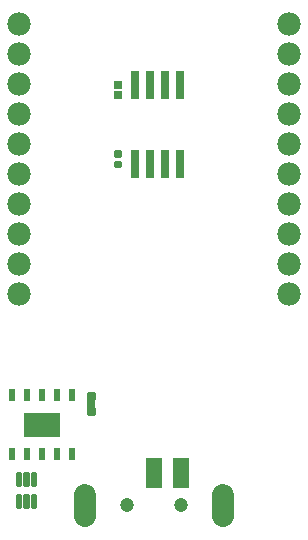
<source format=gbr>
G04 EAGLE Gerber RS-274X export*
G75*
%MOMM*%
%FSLAX34Y34*%
%LPD*%
%INSoldermask Bottom*%
%IPPOS*%
%AMOC8*
5,1,8,0,0,1.08239X$1,22.5*%
G01*
%ADD10C,1.981200*%
%ADD11R,1.371600X2.641600*%
%ADD12R,0.701600X0.641600*%
%ADD13C,0.372125*%
%ADD14R,0.711200X2.387600*%
%ADD15C,0.257809*%
%ADD16C,1.879600*%
%ADD17C,1.201600*%
%ADD18C,0.901600*%
%ADD19R,0.601600X1.101600*%
%ADD20R,3.101600X2.101600*%
%ADD21C,0.300959*%

G36*
X77535Y109867D02*
X77535Y109867D01*
X77601Y109869D01*
X77644Y109887D01*
X77691Y109895D01*
X77748Y109929D01*
X77808Y109954D01*
X77843Y109985D01*
X77884Y110010D01*
X77926Y110061D01*
X77974Y110105D01*
X77996Y110147D01*
X78025Y110184D01*
X78046Y110246D01*
X78077Y110305D01*
X78085Y110359D01*
X78097Y110396D01*
X78096Y110436D01*
X78104Y110490D01*
X78104Y120650D01*
X78093Y120715D01*
X78091Y120781D01*
X78073Y120824D01*
X78065Y120871D01*
X78031Y120928D01*
X78006Y120988D01*
X77975Y121023D01*
X77950Y121064D01*
X77899Y121106D01*
X77855Y121154D01*
X77813Y121176D01*
X77776Y121205D01*
X77714Y121226D01*
X77655Y121257D01*
X77601Y121265D01*
X77564Y121277D01*
X77524Y121276D01*
X77470Y121284D01*
X72390Y121284D01*
X72325Y121273D01*
X72259Y121271D01*
X72216Y121253D01*
X72169Y121245D01*
X72112Y121211D01*
X72052Y121186D01*
X72017Y121155D01*
X71976Y121130D01*
X71935Y121079D01*
X71886Y121035D01*
X71864Y120993D01*
X71835Y120956D01*
X71814Y120894D01*
X71783Y120835D01*
X71775Y120781D01*
X71763Y120744D01*
X71763Y120733D01*
X71763Y120732D01*
X71764Y120702D01*
X71756Y120650D01*
X71756Y110490D01*
X71767Y110425D01*
X71769Y110359D01*
X71787Y110316D01*
X71795Y110269D01*
X71829Y110212D01*
X71854Y110152D01*
X71885Y110117D01*
X71910Y110076D01*
X71961Y110035D01*
X72005Y109986D01*
X72047Y109964D01*
X72084Y109935D01*
X72146Y109914D01*
X72205Y109883D01*
X72259Y109875D01*
X72296Y109863D01*
X72336Y109864D01*
X72390Y109856D01*
X77470Y109856D01*
X77535Y109867D01*
G37*
D10*
X13970Y436880D03*
X13970Y411480D03*
X13970Y386080D03*
X13970Y360680D03*
X13970Y335280D03*
X13970Y309880D03*
X13970Y284480D03*
X13970Y259080D03*
X13970Y233680D03*
X13970Y208280D03*
X242570Y436880D03*
X242570Y411480D03*
X242570Y386080D03*
X242570Y360680D03*
X242570Y335280D03*
X242570Y309880D03*
X242570Y284480D03*
X242570Y259080D03*
X242570Y233680D03*
X242570Y208280D03*
D11*
X128270Y57150D03*
X151130Y57150D03*
D12*
X97790Y385320D03*
X97790Y376680D03*
D13*
X99438Y319608D02*
X99438Y316912D01*
X96142Y316912D01*
X96142Y319608D01*
X99438Y319608D01*
X99438Y325552D02*
X99438Y328248D01*
X99438Y325552D02*
X96142Y325552D01*
X96142Y328248D01*
X99438Y328248D01*
D14*
X111760Y385572D03*
X111760Y318008D03*
X124460Y385572D03*
X137160Y385572D03*
X124460Y318008D03*
X137160Y318008D03*
X149860Y385572D03*
X149860Y318008D03*
D15*
X77324Y111614D02*
X77324Y106826D01*
X72536Y106826D01*
X72536Y111614D01*
X77324Y111614D01*
X77324Y109275D02*
X72536Y109275D01*
X77324Y119526D02*
X77324Y124314D01*
X77324Y119526D02*
X72536Y119526D01*
X72536Y124314D01*
X77324Y124314D01*
X77324Y121975D02*
X72536Y121975D01*
D16*
X69770Y38120D02*
X69770Y20340D01*
X186770Y20340D02*
X186770Y38120D01*
D17*
X105770Y29930D03*
X150770Y29930D03*
D18*
X186770Y33230D03*
X186770Y37230D03*
X186770Y25230D03*
X186770Y21230D03*
X69770Y33230D03*
X69770Y37230D03*
X69770Y25230D03*
X69770Y21230D03*
D19*
X58520Y72790D03*
X45820Y72790D03*
X33120Y72790D03*
X20420Y72790D03*
X7720Y72790D03*
X7720Y122790D03*
X20420Y122790D03*
X33120Y122790D03*
X45820Y122790D03*
X58520Y122790D03*
D20*
X33020Y97790D03*
D21*
X12817Y55563D02*
X12817Y46657D01*
X12817Y55563D02*
X14823Y55563D01*
X14823Y46657D01*
X12817Y46657D01*
X12817Y49516D02*
X14823Y49516D01*
X14823Y52375D02*
X12817Y52375D01*
X12817Y55234D02*
X14823Y55234D01*
X19317Y55563D02*
X19317Y46657D01*
X19317Y55563D02*
X21323Y55563D01*
X21323Y46657D01*
X19317Y46657D01*
X19317Y49516D02*
X21323Y49516D01*
X21323Y52375D02*
X19317Y52375D01*
X19317Y55234D02*
X21323Y55234D01*
X25817Y55563D02*
X25817Y46657D01*
X25817Y55563D02*
X27823Y55563D01*
X27823Y46657D01*
X25817Y46657D01*
X25817Y49516D02*
X27823Y49516D01*
X27823Y52375D02*
X25817Y52375D01*
X25817Y55234D02*
X27823Y55234D01*
X27823Y37163D02*
X27823Y28257D01*
X25817Y28257D01*
X25817Y37163D01*
X27823Y37163D01*
X27823Y31116D02*
X25817Y31116D01*
X25817Y33975D02*
X27823Y33975D01*
X27823Y36834D02*
X25817Y36834D01*
X21323Y37163D02*
X21323Y28257D01*
X19317Y28257D01*
X19317Y37163D01*
X21323Y37163D01*
X21323Y31116D02*
X19317Y31116D01*
X19317Y33975D02*
X21323Y33975D01*
X21323Y36834D02*
X19317Y36834D01*
X14823Y37163D02*
X14823Y28257D01*
X12817Y28257D01*
X12817Y37163D01*
X14823Y37163D01*
X14823Y31116D02*
X12817Y31116D01*
X12817Y33975D02*
X14823Y33975D01*
X14823Y36834D02*
X12817Y36834D01*
M02*

</source>
